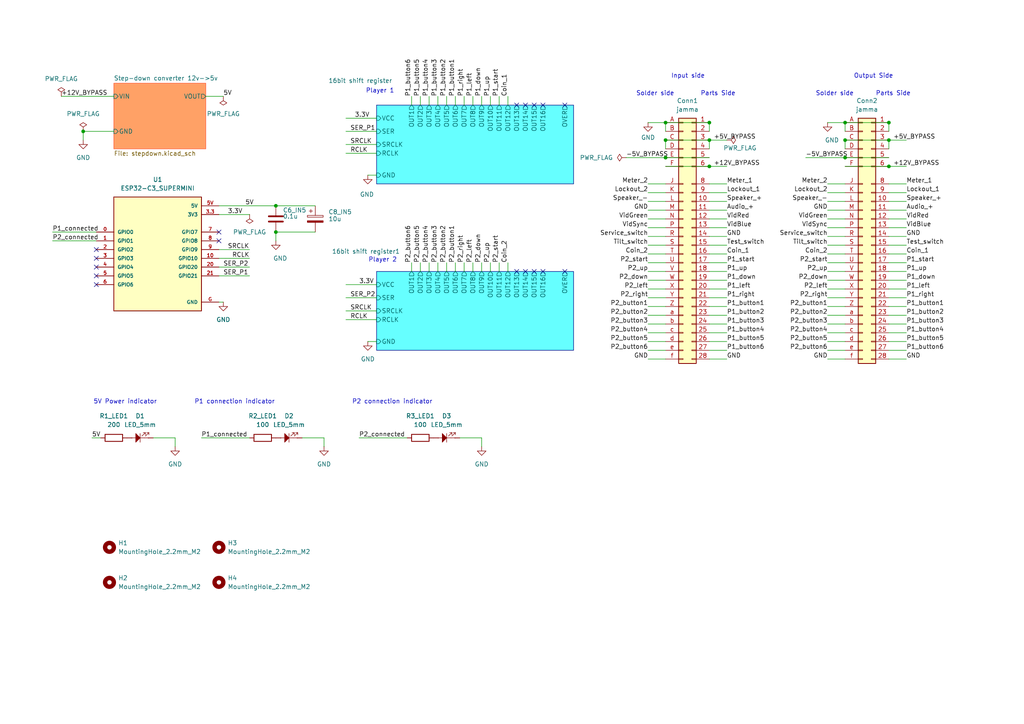
<source format=kicad_sch>
(kicad_sch (version 20231120) (generator "eeschema") (generator_version "8.0")
  (paper "A4")
  (title_block (title "BlueJamma") (date "2024-12-10") (rev "1") (company "Irbis Interactive LLC, Pavel Nakaznenko"))
  (lib_symbols
    (symbol "Device:C" (pin_numbers hide) (pin_names (offset 0.254))
      (property "Reference" "C" (at 0.635 2.54 0))
      (property "Value" "C" (at 0.635 -2.54 0))
      (symbol "C_0_1"
        (polyline (pts (xy -2.032 -0.762) (xy 2.032 -0.762)) (stroke (width 0.508)))
        (polyline (pts (xy -2.032 0.762) (xy 2.032 0.762)) (stroke (width 0.508)))
      )
      (symbol "C_1_1"
        (pin passive line (at 0 3.81 270) (length 2.794) (name "~") (number "1"))
        (pin passive line (at 0 -3.81 90) (length 2.794) (name "~") (number "2"))
      )
    )
    (symbol "Device:C_Polarized" (pin_numbers hide) (pin_names (offset 0.254))
      (property "Reference" "C" (at 0.635 2.54 0))
      (property "Value" "C_Polarized" (at 0.635 -2.54 0))
      (symbol "C_Polarized_0_1"
        (rectangle (start -2.286 0.508) (end 2.286 1.016))
        (polyline (pts (xy -1.778 2.286) (xy -0.762 2.286)))
        (polyline (pts (xy -1.27 2.794) (xy -1.27 1.778)))
        (rectangle (start 2.286 -0.508) (end -2.286 -1.016) (fill (type outline)))
      )
      (symbol "C_Polarized_1_1"
        (pin passive line (at 0 3.81 270) (length 2.794) (name "~") (number "1"))
        (pin passive line (at 0 -3.81 90) (length 2.794) (name "~") (number "2"))
      )
    )
    (symbol "Device:R" (pin_numbers hide) (pin_names (offset 0))
      (property "Reference" "R" (at 2.032 0 90))
      (property "Value" "R" (at 0 0 90))
      (symbol "R_0_1"
        (rectangle (start -1.016 -2.54) (end 1.016 2.54) (stroke (width 0.254)))
      )
      (symbol "R_1_1"
        (pin passive line (at 0 3.81 270) (length 1.27) (name "~") (number "1"))
        (pin passive line (at 0 -3.81 90) (length 1.27) (name "~") (number "2"))
      )
    )
    (symbol "ESP32-C3_SUPERMINI:ESP32-C3_SUPERMINI" (pin_names (offset 1.016))
      (property "Reference" "U" (at -12.7 16.002 0))
      (property "Value" "ESP32-C3_SUPERMINI" (at -12.7 -20.32 0))
      (symbol "ESP32-C3_SUPERMINI_0_0"
        (rectangle (start -12.7 -17.78) (end 12.7 15.24) (stroke (width 0.254)) (fill (type background)))
        (pin bidirectional line (at -17.78 5.08 0) (length 5.08) (name "GPIO0") (number "0"))
        (pin bidirectional line (at -17.78 2.54 0) (length 5.08) (name "GPIO1") (number "1"))
        (pin bidirectional line (at 17.78 -2.54 180) (length 5.08) (name "GPIO10") (number "10"))
        (pin bidirectional line (at -17.78 0 0) (length 5.08) (name "GPIO2") (number "2"))
        (pin bidirectional line (at 17.78 -5.08 180) (length 5.08) (name "GPIO20") (number "20"))
        (pin bidirectional line (at 17.78 -7.62 180) (length 5.08) (name "GPIO21") (number "21"))
        (pin bidirectional line (at -17.78 -2.54 0) (length 5.08) (name "GPIO3") (number "3"))
        (pin power_in line (at 17.78 10.16 180) (length 5.08) (name "3V3") (number "3.3"))
        (pin bidirectional line (at -17.78 -5.08 0) (length 5.08) (name "GPIO4") (number "4"))
        (pin bidirectional line (at -17.78 -7.62 0) (length 5.08) (name "GPIO5") (number "5"))
        (pin power_in line (at 17.78 12.7 180) (length 5.08) (name "5V") (number "5V"))
        (pin bidirectional line (at -17.78 -10.16 0) (length 5.08) (name "GPIO6") (number "6"))
        (pin bidirectional line (at 17.78 5.08 180) (length 5.08) (name "GPIO7") (number "7"))
        (pin bidirectional line (at 17.78 2.54 180) (length 5.08) (name "GPIO8") (number "8"))
        (pin bidirectional line (at 17.78 0 180) (length 5.08) (name "GPIO9") (number "9"))
        (pin power_in line (at 17.78 -15.24 180) (length 5.08) (name "GND") (number "G"))
      )
    )
    (symbol "Mechanical:MountingHole" (pin_names (offset 1.016)) (exclude_from_sim yes) (in_bom no)
      (property "Reference" "H" (at 0 5.08 0))
      (property "Value" "MountingHole" (at 0 3.175 0))
      (symbol "MountingHole_0_1"
        (circle (center 0 0) (radius 1.27) (stroke (width 1.27)))
      )
    )
    (symbol "PCM_SL_Devices:LED_5mm"
      (property "Reference" "D" (at -0.508 5.334 0))
      (property "Value" "LED_5mm" (at -0.508 2.794 0))
      (symbol "LED_5mm_0_1"
        (polyline (pts (xy -1.27 0) (xy -2.54 0)))
        (polyline (pts (xy 0 1.27) (xy 0 -1.27)))
        (polyline (pts (xy 0.508 0.508) (xy 1.524 1.524)))
        (polyline (pts (xy 1.27 0) (xy 2.54 0)))
        (polyline (pts (xy 1.524 0.508) (xy 2.54 1.524)))
        (polyline (pts (xy 1.524 1.524) (xy 0.889 1.524)))
        (polyline (pts (xy 1.524 1.524) (xy 1.524 0.889)))
        (polyline (pts (xy 2.54 1.524) (xy 1.905 1.524)))
        (polyline (pts (xy 2.54 1.524) (xy 2.54 0.889)))
        (polyline (pts (xy 0 0) (xy -1.27 -1.27) (xy -1.27 1.27) (xy 0 0) (xy 1.27 0)) (fill (type outline)))
      )
      (symbol "LED_5mm_1_1"
        (pin passive line (at 3.81 0 180) (length 1.5) (name "~") (number "1"))
        (pin passive line (at -3.81 0 0) (length 1.5) (name "") (number "2"))
      )
    )
    (symbol "jamma:jamma" (pin_names (offset 0) hide)
      (property "Reference" "Conn" (at 0 35.56 0))
      (property "Value" "jamma" (at 0 38.1 0))
      (symbol "jamma_1_1"
        (rectangle (start -2.54 -35.433) (end -1.27 -35.687) (stroke (width 0.1524)))
        (rectangle (start -2.54 -32.893) (end -1.27 -33.147) (stroke (width 0.1524)))
        (rectangle (start -2.54 -30.353) (end -1.27 -30.607) (stroke (width 0.1524)))
        (rectangle (start -2.54 -27.813) (end -1.27 -28.067) (stroke (width 0.1524)))
        (rectangle (start -2.54 -25.273) (end -1.27 -25.527) (stroke (width 0.1524)))
        (rectangle (start -2.54 -22.733) (end -1.27 -22.987) (stroke (width 0.1524)))
        (rectangle (start -2.54 -20.193) (end -1.27 -20.447) (stroke (width 0.1524)))
        (rectangle (start -2.54 -17.653) (end -1.27 -17.907) (stroke (width 0.1524)))
        (rectangle (start -2.54 -15.113) (end -1.27 -15.367) (stroke (width 0.1524)))
        (rectangle (start -2.54 -12.573) (end -1.27 -12.827) (stroke (width 0.1524)))
        (rectangle (start -2.54 -10.033) (end -1.27 -10.287) (stroke (width 0.1524)))
        (rectangle (start -2.54 -7.493) (end -1.27 -7.747) (stroke (width 0.1524)))
        (rectangle (start -2.54 -4.953) (end -1.27 -5.207) (stroke (width 0.1524)))
        (rectangle (start -2.54 -2.413) (end -1.27 -2.667) (stroke (width 0.1524)))
        (rectangle (start -2.54 0.127) (end -1.27 -0.127) (stroke (width 0.1524)))
        (rectangle (start -2.54 2.667) (end -1.27 2.413) (stroke (width 0.1524)))
        (rectangle (start -2.54 5.207) (end -1.27 4.953) (stroke (width 0.1524)))
        (rectangle (start -2.54 7.747) (end -1.27 7.493) (stroke (width 0.1524)))
        (rectangle (start -2.54 10.287) (end -1.27 10.033) (stroke (width 0.1524)))
        (rectangle (start -2.54 12.827) (end -1.27 12.573) (stroke (width 0.1524)))
        (rectangle (start -2.54 15.367) (end -1.27 15.113) (stroke (width 0.1524)))
        (rectangle (start -2.54 20.447) (end -1.27 20.193) (stroke (width 0.1524)))
        (rectangle (start -2.54 22.987) (end -1.27 22.733) (stroke (width 0.1524)))
        (rectangle (start -2.54 25.527) (end -1.27 25.273) (stroke (width 0.1524)))
        (rectangle (start -2.54 28.067) (end -1.27 27.813) (stroke (width 0.1524)))
        (rectangle (start -2.54 30.607) (end -1.27 30.353) (stroke (width 0.1524)))
        (rectangle (start -2.54 33.147) (end -1.27 32.893) (stroke (width 0.1524)))
        (rectangle (start 2.54 -35.433) (end 1.27 -35.687) (stroke (width 0.1524)))
        (rectangle (start 2.54 -32.893) (end 1.27 -33.147) (stroke (width 0.1524)))
        (rectangle (start 2.54 -30.353) (end 1.27 -30.607) (stroke (width 0.1524)))
        (rectangle (start 2.54 -27.813) (end 1.27 -28.067) (stroke (width 0.1524)))
        (rectangle (start 2.54 -25.273) (end 1.27 -25.527) (stroke (width 0.1524)))
        (rectangle (start 2.54 -22.733) (end 1.27 -22.987) (stroke (width 0.1524)))
        (rectangle (start 2.54 -20.193) (end 1.27 -20.447) (stroke (width 0.1524)))
        (rectangle (start 2.54 -17.653) (end 1.27 -17.907) (stroke (width 0.1524)))
        (rectangle (start 2.54 -15.113) (end 1.27 -15.367) (stroke (width 0.1524)))
        (rectangle (start 2.54 -12.573) (end 1.27 -12.827) (stroke (width 0.1524)))
        (rectangle (start 2.54 -10.033) (end 1.27 -10.287) (stroke (width 0.1524)))
        (rectangle (start 2.54 -7.493) (end 1.27 -7.747) (stroke (width 0.1524)))
        (rectangle (start 2.54 -4.953) (end 1.27 -5.207) (stroke (width 0.1524)))
        (rectangle (start 2.54 -2.413) (end 1.27 -2.667) (stroke (width 0.1524)))
        (rectangle (start 2.54 0.127) (end 1.27 -0.127) (stroke (width 0.1524)))
        (rectangle (start 2.54 2.667) (end 1.27 2.413) (stroke (width 0.1524)))
        (rectangle (start 2.54 5.207) (end 1.27 4.953) (stroke (width 0.1524)))
        (rectangle (start 2.54 7.747) (end 1.27 7.493) (stroke (width 0.1524)))
        (rectangle (start 2.54 10.287) (end 1.27 10.033) (stroke (width 0.1524)))
        (rectangle (start 2.54 12.827) (end 1.27 12.573) (stroke (width 0.1524)))
        (rectangle (start 2.54 15.367) (end 1.27 15.113) (stroke (width 0.1524)))
        (rectangle (start 2.54 20.447) (end 1.27 20.193) (stroke (width 0.1524)))
        (rectangle (start 2.54 22.987) (end 1.27 22.733) (stroke (width 0.1524)))
        (rectangle (start 2.54 25.527) (end 1.27 25.273) (stroke (width 0.1524)))
        (rectangle (start 2.54 28.067) (end 1.27 27.813) (stroke (width 0.1524)))
        (rectangle (start 2.54 30.607) (end 1.27 30.353) (stroke (width 0.1524)))
        (rectangle (start 2.54 33.147) (end 1.27 32.893) (stroke (width 0.1524)))
        (rectangle (start 2.54 34.29) (end -2.54 -36.83) (stroke (width 0.254)) (fill (type background)))
        (pin passive line (at 6.35 33.02 180) (length 3.81) (name "Gnd") (number "1"))
        (pin passive line (at 6.35 10.16 180) (length 3.81) (name "Speaker_+") (number "10"))
        (pin passive line (at 6.35 7.62 180) (length 3.81) (name "Audio_+") (number "11"))
        (pin passive line (at 6.35 5.08 180) (length 3.81) (name "Video_red") (number "12"))
        (pin passive line (at 6.35 2.54 180) (length 3.81) (name "Video_blue") (number "13"))
        (pin passive line (at 6.35 0 180) (length 3.81) (name "Video_gnd") (number "14"))
        (pin passive line (at 6.35 -2.54 180) (length 3.81) (name "Test_switch") (number "15"))
        (pin passive line (at 6.35 -5.08 180) (length 3.81) (name "Coin_1") (number "16"))
        (pin passive line (at 6.35 -7.62 180) (length 3.81) (name "P1_start") (number "17"))
        (pin passive line (at 6.35 -10.16 180) (length 3.81) (name "P1_up") (number "18"))
        (pin passive line (at 6.35 -12.7 180) (length 3.81) (name "P1_down") (number "19"))
        (pin passive line (at 6.35 30.48 180) (length 3.81) (name "Gnd") (number "2"))
        (pin passive line (at 6.35 -15.24 180) (length 3.81) (name "P1_left") (number "20"))
        (pin passive line (at 6.35 -17.78 180) (length 3.81) (name "P1_right") (number "21"))
        (pin passive line (at 6.35 -20.32 180) (length 3.81) (name "P1_button1") (number "22"))
        (pin passive line (at 6.35 -22.86 180) (length 3.81) (name "P1_button2") (number "23"))
        (pin passive line (at 6.35 -25.4 180) (length 3.81) (name "P1_button3") (number "24"))
        (pin passive line (at 6.35 -27.94 180) (length 3.81) (name "P1_button4") (number "25"))
        (pin passive line (at 6.35 -30.48 180) (length 3.81) (name "P1_button5") (number "26"))
        (pin passive line (at 6.35 -33.02 180) (length 3.81) (name "P1_button6") (number "27"))
        (pin passive line (at 6.35 -35.56 180) (length 3.81) (name "Gnd") (number "28"))
        (pin passive line (at 6.35 27.94 180) (length 3.81) (name "+5v") (number "3"))
        (pin passive line (at 6.35 25.4 180) (length 3.81) (name "+5v") (number "4"))
        (pin passive line (at 6.35 22.86 180) (length 3.81) (name "-5v") (number "5"))
        (pin passive line (at 6.35 20.32 180) (length 3.81) (name "+12v") (number "6"))
        (pin passive line (at 6.35 15.24 180) (length 3.81) (name "Meter_1") (number "8"))
        (pin passive line (at 6.35 12.7 180) (length 3.81) (name "Lockout_1") (number "9"))
        (pin passive line (at -6.35 33.02 0) (length 3.81) (name "Gnd") (number "A"))
        (pin passive line (at -6.35 30.48 0) (length 3.81) (name "Gnd") (number "B"))
        (pin passive line (at -6.35 27.94 0) (length 3.81) (name "+5v") (number "C"))
        (pin passive line (at -6.35 25.4 0) (length 3.81) (name "+5v") (number "D"))
        (pin passive line (at -6.35 22.86 0) (length 3.81) (name "-5v") (number "E"))
        (pin passive line (at -6.35 20.32 0) (length 3.81) (name "+12v") (number "F"))
        (pin passive line (at -6.35 15.24 0) (length 3.81) (name "Meter_2") (number "J"))
        (pin passive line (at -6.35 12.7 0) (length 3.81) (name "Lockout_2") (number "K"))
        (pin passive line (at -6.35 10.16 0) (length 3.81) (name "Speaker_-") (number "L"))
        (pin passive line (at -6.35 7.62 0) (length 3.81) (name "Audio_gnd") (number "M"))
        (pin passive line (at -6.35 5.08 0) (length 3.81) (name "Video_green") (number "N"))
        (pin passive line (at -6.35 2.54 0) (length 3.81) (name "Video_sync") (number "P"))
        (pin passive line (at -6.35 0 0) (length 3.81) (name "Service_switch") (number "R"))
        (pin passive line (at -6.35 -2.54 0) (length 3.81) (name "Tilt_switch") (number "S"))
        (pin passive line (at -6.35 -5.08 0) (length 3.81) (name "Coin2") (number "T"))
        (pin passive line (at -6.35 -7.62 0) (length 3.81) (name "P2_start") (number "U"))
        (pin passive line (at -6.35 -10.16 0) (length 3.81) (name "P2_up") (number "V"))
        (pin passive line (at -6.35 -12.7 0) (length 3.81) (name "P2_down") (number "W"))
        (pin passive line (at -6.35 -15.24 0) (length 3.81) (name "P2_left") (number "X"))
        (pin passive line (at -6.35 -17.78 0) (length 3.81) (name "P2_right") (number "Y"))
        (pin passive line (at -6.35 -20.32 0) (length 3.81) (name "P2_button1") (number "Z"))
        (pin passive line (at -6.35 -22.86 0) (length 3.81) (name "P2_button2") (number "a"))
        (pin passive line (at -6.35 -25.4 0) (length 3.81) (name "P2_button3") (number "b"))
        (pin passive line (at -6.35 -27.94 0) (length 3.81) (name "P2_button4") (number "c"))
        (pin passive line (at -6.35 -30.48 0) (length 3.81) (name "P2_button5") (number "d"))
        (pin passive line (at -6.35 -33.02 0) (length 3.81) (name "P2_button6") (number "e"))
        (pin passive line (at -6.35 -35.56 0) (length 3.81) (name "Gnd") (number "f"))
      )
    )
    (symbol "jamma_1" (pin_names (offset 0) hide)
      (property "Reference" "Conn" (at 0 35.56 0))
      (property "Value" "jamma" (at 0 38.1 0))
      (symbol "jamma_1_1_1"
        (rectangle (start -2.54 -35.433) (end -1.27 -35.687) (stroke (width 0.1524)))
        (rectangle (start -2.54 -32.893) (end -1.27 -33.147) (stroke (width 0.1524)))
        (rectangle (start -2.54 -30.353) (end -1.27 -30.607) (stroke (width 0.1524)))
        (rectangle (start -2.54 -27.813) (end -1.27 -28.067) (stroke (width 0.1524)))
        (rectangle (start -2.54 -25.273) (end -1.27 -25.527) (stroke (width 0.1524)))
        (rectangle (start -2.54 -22.733) (end -1.27 -22.987) (stroke (width 0.1524)))
        (rectangle (start -2.54 -20.193) (end -1.27 -20.447) (stroke (width 0.1524)))
        (rectangle (start -2.54 -17.653) (end -1.27 -17.907) (stroke (width 0.1524)))
        (rectangle (start -2.54 -15.113) (end -1.27 -15.367) (stroke (width 0.1524)))
        (rectangle (start -2.54 -12.573) (end -1.27 -12.827) (stroke (width 0.1524)))
        (rectangle (start -2.54 -10.033) (end -1.27 -10.287) (stroke (width 0.1524)))
        (rectangle (start -2.54 -7.493) (end -1.27 -7.747) (stroke (width 0.1524)))
        (rectangle (start -2.54 -4.953) (end -1.27 -5.207) (stroke (width 0.1524)))
        (rectangle (start -2.54 -2.413) (end -1.27 -2.667) (stroke (width 0.1524)))
        (rectangle (start -2.54 0.127) (end -1.27 -0.127) (stroke (width 0.1524)))
        (rectangle (start -2.54 2.667) (end -1.27 2.413) (stroke (width 0.1524)))
        (rectangle (start -2.54 5.207) (end -1.27 4.953) (stroke (width 0.1524)))
        (rectangle (start -2.54 7.747) (end -1.27 7.493) (stroke (width 0.1524)))
        (rectangle (start -2.54 10.287) (end -1.27 10.033) (stroke (width 0.1524)))
        (rectangle (start -2.54 12.827) (end -1.27 12.573) (stroke (width 0.1524)))
        (rectangle (start -2.54 15.367) (end -1.27 15.113) (stroke (width 0.1524)))
        (rectangle (start -2.54 20.447) (end -1.27 20.193) (stroke (width 0.1524)))
        (rectangle (start -2.54 22.987) (end -1.27 22.733) (stroke (width 0.1524)))
        (rectangle (start -2.54 25.527) (end -1.27 25.273) (stroke (width 0.1524)))
        (rectangle (start -2.54 28.067) (end -1.27 27.813) (stroke (width 0.1524)))
        (rectangle (start -2.54 30.607) (end -1.27 30.353) (stroke (width 0.1524)))
        (rectangle (start -2.54 33.147) (end -1.27 32.893) (stroke (width 0.1524)))
        (rectangle (start 2.54 -35.433) (end 1.27 -35.687) (stroke (width 0.1524)))
        (rectangle (start 2.54 -32.893) (end 1.27 -33.147) (stroke (width 0.1524)))
        (rectangle (start 2.54 -30.353) (end 1.27 -30.607) (stroke (width 0.1524)))
        (rectangle (start 2.54 -27.813) (end 1.27 -28.067) (stroke (width 0.1524)))
        (rectangle (start 2.54 -25.273) (end 1.27 -25.527) (stroke (width 0.1524)))
        (rectangle (start 2.54 -22.733) (end 1.27 -22.987) (stroke (width 0.1524)))
        (rectangle (start 2.54 -20.193) (end 1.27 -20.447) (stroke (width 0.1524)))
        (rectangle (start 2.54 -17.653) (end 1.27 -17.907) (stroke (width 0.1524)))
        (rectangle (start 2.54 -15.113) (end 1.27 -15.367) (stroke (width 0.1524)))
        (rectangle (start 2.54 -12.573) (end 1.27 -12.827) (stroke (width 0.1524)))
        (rectangle (start 2.54 -10.033) (end 1.27 -10.287) (stroke (width 0.1524)))
        (rectangle (start 2.54 -7.493) (end 1.27 -7.747) (stroke (width 0.1524)))
        (rectangle (start 2.54 -4.953) (end 1.27 -5.207) (stroke (width 0.1524)))
        (rectangle (start 2.54 -2.413) (end 1.27 -2.667) (stroke (width 0.1524)))
        (rectangle (start 2.54 0.127) (end 1.27 -0.127) (stroke (width 0.1524)))
        (rectangle (start 2.54 2.667) (end 1.27 2.413) (stroke (width 0.1524)))
        (rectangle (start 2.54 5.207) (end 1.27 4.953) (stroke (width 0.1524)))
        (rectangle (start 2.54 7.747) (end 1.27 7.493) (stroke (width 0.1524)))
        (rectangle (start 2.54 10.287) (end 1.27 10.033) (stroke (width 0.1524)))
        (rectangle (start 2.54 12.827) (end 1.27 12.573) (stroke (width 0.1524)))
        (rectangle (start 2.54 15.367) (end 1.27 15.113) (stroke (width 0.1524)))
        (rectangle (start 2.54 20.447) (end 1.27 20.193) (stroke (width 0.1524)))
        (rectangle (start 2.54 22.987) (end 1.27 22.733) (stroke (width 0.1524)))
        (rectangle (start 2.54 25.527) (end 1.27 25.273) (stroke (width 0.1524)))
        (rectangle (start 2.54 28.067) (end 1.27 27.813) (stroke (width 0.1524)))
        (rectangle (start 2.54 30.607) (end 1.27 30.353) (stroke (width 0.1524)))
        (rectangle (start 2.54 33.147) (end 1.27 32.893) (stroke (width 0.1524)))
        (rectangle (start 2.54 34.29) (end -2.54 -36.83) (stroke (width 0.254)) (fill (type background)))
        (pin passive line (at 6.35 33.02 180) (length 3.81) (name "Gnd") (number "1"))
        (pin passive line (at 6.35 10.16 180) (length 3.81) (name "Speaker_+") (number "10"))
        (pin passive line (at 6.35 7.62 180) (length 3.81) (name "Audio_+") (number "11"))
        (pin passive line (at 6.35 5.08 180) (length 3.81) (name "Video_red") (number "12"))
        (pin passive line (at 6.35 2.54 180) (length 3.81) (name "Video_blue") (number "13"))
        (pin passive line (at 6.35 0 180) (length 3.81) (name "Video_gnd") (number "14"))
        (pin passive line (at 6.35 -2.54 180) (length 3.81) (name "Test_switch") (number "15"))
        (pin passive line (at 6.35 -5.08 180) (length 3.81) (name "Coin_1") (number "16"))
        (pin passive line (at 6.35 -7.62 180) (length 3.81) (name "P1_start") (number "17"))
        (pin passive line (at 6.35 -10.16 180) (length 3.81) (name "P1_up") (number "18"))
        (pin passive line (at 6.35 -12.7 180) (length 3.81) (name "P1_down") (number "19"))
        (pin passive line (at 6.35 30.48 180) (length 3.81) (name "Gnd") (number "2"))
        (pin passive line (at 6.35 -15.24 180) (length 3.81) (name "P1_left") (number "20"))
        (pin passive line (at 6.35 -17.78 180) (length 3.81) (name "P1_right") (number "21"))
        (pin passive line (at 6.35 -20.32 180) (length 3.81) (name "P1_button1") (number "22"))
        (pin passive line (at 6.35 -22.86 180) (length 3.81) (name "P1_button2") (number "23"))
        (pin passive line (at 6.35 -25.4 180) (length 3.81) (name "P1_button3") (number "24"))
        (pin passive line (at 6.35 -27.94 180) (length 3.81) (name "P1_button4") (number "25"))
        (pin passive line (at 6.35 -30.48 180) (length 3.81) (name "P1_button5") (number "26"))
        (pin passive line (at 6.35 -33.02 180) (length 3.81) (name "P1_button6") (number "27"))
        (pin passive line (at 6.35 -35.56 180) (length 3.81) (name "Gnd") (number "28"))
        (pin passive line (at 6.35 27.94 180) (length 3.81) (name "+5v") (number "3"))
        (pin passive line (at 6.35 25.4 180) (length 3.81) (name "+5v") (number "4"))
        (pin passive line (at 6.35 22.86 180) (length 3.81) (name "-5v") (number "5"))
        (pin passive line (at 6.35 20.32 180) (length 3.81) (name "+12v") (number "6"))
        (pin passive line (at 6.35 15.24 180) (length 3.81) (name "Meter_1") (number "8"))
        (pin passive line (at 6.35 12.7 180) (length 3.81) (name "Lockout_1") (number "9"))
        (pin passive line (at -6.35 33.02 0) (length 3.81) (name "Gnd") (number "A"))
        (pin passive line (at -6.35 30.48 0) (length 3.81) (name "Gnd") (number "B"))
        (pin passive line (at -6.35 27.94 0) (length 3.81) (name "+5v") (number "C"))
        (pin passive line (at -6.35 25.4 0) (length 3.81) (name "+5v") (number "D"))
        (pin passive line (at -6.35 22.86 0) (length 3.81) (name "-5v") (number "E"))
        (pin passive line (at -6.35 20.32 0) (length 3.81) (name "+12v") (number "F"))
        (pin passive line (at -6.35 15.24 0) (length 3.81) (name "Meter_2") (number "J"))
        (pin passive line (at -6.35 12.7 0) (length 3.81) (name "Lockout_2") (number "K"))
        (pin passive line (at -6.35 10.16 0) (length 3.81) (name "Speaker_-") (number "L"))
        (pin passive line (at -6.35 7.62 0) (length 3.81) (name "Audio_gnd") (number "M"))
        (pin passive line (at -6.35 5.08 0) (length 3.81) (name "Video_green") (number "N"))
        (pin passive line (at -6.35 2.54 0) (length 3.81) (name "Video_sync") (number "P"))
        (pin passive line (at -6.35 0 0) (length 3.81) (name "Service_switch") (number "R"))
        (pin passive line (at -6.35 -2.54 0) (length 3.81) (name "Tilt_switch") (number "S"))
        (pin passive line (at -6.35 -5.08 0) (length 3.81) (name "Coin2") (number "T"))
        (pin passive line (at -6.35 -7.62 0) (length 3.81) (name "P2_start") (number "U"))
        (pin passive line (at -6.35 -10.16 0) (length 3.81) (name "P2_up") (number "V"))
        (pin passive line (at -6.35 -12.7 0) (length 3.81) (name "P2_down") (number "W"))
        (pin passive line (at -6.35 -15.24 0) (length 3.81) (name "P2_left") (number "X"))
        (pin passive line (at -6.35 -17.78 0) (length 3.81) (name "P2_right") (number "Y"))
        (pin passive line (at -6.35 -20.32 0) (length 3.81) (name "P2_button1") (number "Z"))
        (pin passive line (at -6.35 -22.86 0) (length 3.81) (name "P2_button2") (number "a"))
        (pin passive line (at -6.35 -25.4 0) (length 3.81) (name "P2_button3") (number "b"))
        (pin passive line (at -6.35 -27.94 0) (length 3.81) (name "P2_button4") (number "c"))
        (pin passive line (at -6.35 -30.48 0) (length 3.81) (name "P2_button5") (number "d"))
        (pin passive line (at -6.35 -33.02 0) (length 3.81) (name "P2_button6") (number "e"))
        (pin passive line (at -6.35 -35.56 0) (length 3.81) (name "Gnd") (number "f"))
      )
    )
    (symbol "power:GND" (power) (pin_numbers hide) (pin_names (offset 0) hide)
      (property "Value" "GND" (at 0 -3.81 0))
      (symbol "GND_0_1"
        (polyline (pts (xy 0 0) (xy 0 -1.27) (xy 1.27 -1.27) (xy 0 -2.54) (xy -1.27 -1.27) (xy 0 -1.27)))
      )
      (symbol "GND_1_1"
        (pin power_in line (at 0 0 270) (length 0) (name "~") (number "1"))
      )
    )
    (symbol "power:PWR_FLAG" (power) (pin_numbers hide) (pin_names (offset 0) hide)
      (property "Value" "PWR_FLAG" (at 0 3.81 0))
      (symbol "PWR_FLAG_0_0"
        (pin power_out line (at 0 0 90) (length 0) (name "~") (number "1"))
      )
      (symbol "PWR_FLAG_0_1"
        (polyline (pts (xy 0 0) (xy 0 1.27) (xy -1.016 1.905) (xy 0 2.54) (xy 1.016 1.905) (xy 0 1.27)))
      )
    )
  )
  (junction (at 245.11 35.56) (diameter 0.9144))
  (junction (at 24.13 38.1))
  (junction (at 193.04 40.64) (diameter 0.9144))
  (junction (at 257.81 40.64) (diameter 0.9144))
  (junction (at 193.04 45.72) (diameter 0.9144))
  (junction (at 193.04 35.56) (diameter 0.9144))
  (junction (at 80.01 59.69))
  (junction (at 245.11 40.64) (diameter 0.9144))
  (junction (at 205.74 40.64) (diameter 0.9144))
  (junction (at 80.01 67.31) (diameter 0.9144))
  (junction (at 205.74 35.56) (diameter 0.9144))
  (junction (at 205.74 48.26) (diameter 0.9144))
  (junction (at 257.81 35.56) (diameter 0.9144))
  (junction (at 257.81 48.26) (diameter 0.9144))
  (junction (at 245.11 45.72) (diameter 0.9144))
  (no_connect (at 154.94 78.74))
  (no_connect (at 154.94 30.48))
  (no_connect (at 157.48 30.48))
  (no_connect (at 152.4 78.74))
  (no_connect (at 27.94 74.93))
  (no_connect (at 27.94 80.01))
  (no_connect (at 149.86 78.74))
  (no_connect (at 27.94 77.47))
  (no_connect (at 152.4 30.48))
  (no_connect (at 163.83 30.48))
  (no_connect (at 163.83 78.74))
  (no_connect (at 63.5 69.85))
  (no_connect (at 157.48 78.74))
  (no_connect (at 27.94 82.55))
  (no_connect (at 149.86 30.48))
  (no_connect (at 63.5 67.31))
  (no_connect (at 27.94 72.39))
  (wire (pts (xy 187.96 35.56) (xy 193.04 35.56)))
  (wire (pts (xy 240.03 99.06) (xy 245.11 99.06)))
  (wire (pts (xy 63.5 59.69) (xy 80.01 59.69)))
  (wire (pts (xy 257.81 88.9) (xy 262.89 88.9)))
  (wire (pts (xy 240.03 68.58) (xy 245.11 68.58)))
  (wire (pts (xy 100.33 82.55) (xy 109.22 82.55)))
  (wire (pts (xy 187.96 66.04) (xy 193.04 66.04)))
  (wire (pts (xy 106.68 50.8) (xy 109.22 50.8)))
  (wire (pts (xy 257.81 73.66) (xy 262.89 73.66)))
  (wire (pts (xy 63.5 74.93) (xy 72.39 74.93)))
  (wire (pts (xy 205.74 40.64) (xy 210.82 40.64)))
  (wire (pts (xy 257.81 96.52) (xy 262.89 96.52)))
  (wire (pts (xy 245.11 48.26) (xy 257.81 48.26)))
  (wire (pts (xy 193.04 45.72) (xy 205.74 45.72)))
  (wire (pts (xy 58.42 127) (xy 72.39 127)))
  (wire (pts (xy 205.74 83.82) (xy 210.82 83.82)))
  (wire (pts (xy 205.74 66.04) (xy 210.82 66.04)))
  (wire (pts (xy 240.03 66.04) (xy 245.11 66.04)))
  (wire (pts (xy 257.81 40.64) (xy 262.89 40.64)))
  (wire (pts (xy 15.24 69.85) (xy 27.94 69.85)))
  (wire (pts (xy 44.45 127) (xy 50.8 127)))
  (wire (pts (xy 137.16 27.94) (xy 137.16 30.48)))
  (wire (pts (xy 205.74 101.6) (xy 210.82 101.6)))
  (wire (pts (xy 132.08 27.94) (xy 132.08 30.48)))
  (wire (pts (xy 245.11 35.56) (xy 245.11 38.1)))
  (wire (pts (xy 137.16 76.2) (xy 137.16 78.74)))
  (wire (pts (xy 187.96 60.96) (xy 193.04 60.96)))
  (wire (pts (xy 240.03 88.9) (xy 245.11 88.9)))
  (wire (pts (xy 139.7 27.94) (xy 139.7 30.48)))
  (wire (pts (xy 144.78 76.2) (xy 144.78 78.74)))
  (wire (pts (xy 240.03 101.6) (xy 245.11 101.6)))
  (wire (pts (xy 240.03 91.44) (xy 245.11 91.44)))
  (wire (pts (xy 240.03 60.96) (xy 245.11 60.96)))
  (wire (pts (xy 205.74 91.44) (xy 210.82 91.44)))
  (wire (pts (xy 205.74 104.14) (xy 210.82 104.14)))
  (wire (pts (xy 205.74 78.74) (xy 210.82 78.74)))
  (wire (pts (xy 142.24 27.94) (xy 142.24 30.48)))
  (wire (pts (xy 240.03 58.42) (xy 245.11 58.42)))
  (wire (pts (xy 240.03 35.56) (xy 245.11 35.56)))
  (wire (pts (xy 187.96 83.82) (xy 193.04 83.82)))
  (wire (pts (xy 205.74 63.5) (xy 210.82 63.5)))
  (wire (pts (xy 257.81 99.06) (xy 262.89 99.06)))
  (wire (pts (xy 257.81 93.98) (xy 262.89 93.98)))
  (wire (pts (xy 240.03 81.28) (xy 245.11 81.28)))
  (wire (pts (xy 187.96 55.88) (xy 193.04 55.88)))
  (wire (pts (xy 205.74 68.58) (xy 210.82 68.58)))
  (wire (pts (xy 139.7 76.2) (xy 139.7 78.74)))
  (wire (pts (xy 63.5 62.23) (xy 72.39 62.23)))
  (wire (pts (xy 124.46 76.2) (xy 124.46 78.74)))
  (wire (pts (xy 63.5 80.01) (xy 72.39 80.01)))
  (wire (pts (xy 245.11 35.56) (xy 257.81 35.56)))
  (wire (pts (xy 257.81 78.74) (xy 262.89 78.74)))
  (wire (pts (xy 257.81 66.04) (xy 262.89 66.04)))
  (wire (pts (xy 100.33 90.17) (xy 109.22 90.17)))
  (wire (pts (xy 257.81 76.2) (xy 262.89 76.2)))
  (wire (pts (xy 240.03 86.36) (xy 245.11 86.36)))
  (wire (pts (xy 129.54 76.2) (xy 129.54 78.74)))
  (wire (pts (xy 187.96 104.14) (xy 193.04 104.14)))
  (wire (pts (xy 106.68 99.06) (xy 109.22 99.06)))
  (wire (pts (xy 104.14 127) (xy 118.11 127)))
  (wire (pts (xy 139.7 127) (xy 139.7 129.54)))
  (wire (pts (xy 205.74 55.88) (xy 210.82 55.88)))
  (wire (pts (xy 205.74 93.98) (xy 210.82 93.98)))
  (wire (pts (xy 257.81 68.58) (xy 262.89 68.58)))
  (wire (pts (xy 205.74 48.26) (xy 210.82 48.26)))
  (wire (pts (xy 205.74 96.52) (xy 210.82 96.52)))
  (wire (pts (xy 147.32 76.2) (xy 147.32 78.74)))
  (wire (pts (xy 15.24 67.31) (xy 27.94 67.31)))
  (wire (pts (xy 205.74 35.56) (xy 205.74 38.1)))
  (wire (pts (xy 121.92 76.2) (xy 121.92 78.74)))
  (wire (pts (xy 80.01 59.69) (xy 91.44 59.69)))
  (wire (pts (xy 187.96 91.44) (xy 193.04 91.44)))
  (wire (pts (xy 134.62 27.94) (xy 134.62 30.48)))
  (wire (pts (xy 187.96 53.34) (xy 193.04 53.34)))
  (wire (pts (xy 257.81 63.5) (xy 262.89 63.5)))
  (wire (pts (xy 205.74 81.28) (xy 210.82 81.28)))
  (wire (pts (xy 240.03 96.52) (xy 245.11 96.52)))
  (wire (pts (xy 129.54 27.94) (xy 129.54 30.48)))
  (wire (pts (xy 257.81 91.44) (xy 262.89 91.44)))
  (wire (pts (xy 93.98 127) (xy 93.98 129.54)))
  (wire (pts (xy 257.81 53.34) (xy 262.89 53.34)))
  (wire (pts (xy 205.74 88.9) (xy 210.82 88.9)))
  (wire (pts (xy 205.74 53.34) (xy 210.82 53.34)))
  (wire (pts (xy 240.03 71.12) (xy 245.11 71.12)))
  (wire (pts (xy 240.03 53.34) (xy 245.11 53.34)))
  (wire (pts (xy 100.33 86.36) (xy 109.22 86.36)))
  (wire (pts (xy 100.33 92.71) (xy 109.22 92.71)))
  (wire (pts (xy 26.67 127) (xy 29.21 127)))
  (wire (pts (xy 63.5 77.47) (xy 72.39 77.47)))
  (wire (pts (xy 240.03 76.2) (xy 245.11 76.2)))
  (wire (pts (xy 257.81 60.96) (xy 262.89 60.96)))
  (wire (pts (xy 240.03 83.82) (xy 245.11 83.82)))
  (wire (pts (xy 240.03 73.66) (xy 245.11 73.66)))
  (wire (pts (xy 187.96 101.6) (xy 193.04 101.6)))
  (wire (pts (xy 205.74 99.06) (xy 210.82 99.06)))
  (wire (pts (xy 193.04 35.56) (xy 193.04 38.1)))
  (wire (pts (xy 64.77 87.63) (xy 63.5 87.63)))
  (wire (pts (xy 187.96 96.52) (xy 193.04 96.52)))
  (wire (pts (xy 100.33 34.29) (xy 109.22 34.29)))
  (wire (pts (xy 147.32 27.94) (xy 147.32 30.48)))
  (wire (pts (xy 100.33 44.45) (xy 109.22 44.45)))
  (wire (pts (xy 257.81 48.26) (xy 262.89 48.26)))
  (wire (pts (xy 181.61 45.72) (xy 193.04 45.72)))
  (wire (pts (xy 187.96 71.12) (xy 193.04 71.12)))
  (wire (pts (xy 121.92 27.94) (xy 121.92 30.48)))
  (wire (pts (xy 142.24 76.2) (xy 142.24 78.74)))
  (wire (pts (xy 257.81 55.88) (xy 262.89 55.88)))
  (wire (pts (xy 187.96 81.28) (xy 193.04 81.28)))
  (wire (pts (xy 187.96 93.98) (xy 193.04 93.98)))
  (wire (pts (xy 187.96 99.06) (xy 193.04 99.06)))
  (wire (pts (xy 193.04 35.56) (xy 205.74 35.56)))
  (wire (pts (xy 240.03 55.88) (xy 245.11 55.88)))
  (wire (pts (xy 240.03 104.14) (xy 245.11 104.14)))
  (wire (pts (xy 17.78 27.94) (xy 33.02 27.94)))
  (wire (pts (xy 257.81 86.36) (xy 262.89 86.36)))
  (wire (pts (xy 187.96 58.42) (xy 193.04 58.42)))
  (wire (pts (xy 205.74 60.96) (xy 210.82 60.96)))
  (wire (pts (xy 80.01 67.31) (xy 91.44 67.31)))
  (wire (pts (xy 87.63 127) (xy 93.98 127)))
  (wire (pts (xy 187.96 76.2) (xy 193.04 76.2)))
  (wire (pts (xy 240.03 93.98) (xy 245.11 93.98)))
  (wire (pts (xy 119.38 76.2) (xy 119.38 78.74)))
  (wire (pts (xy 240.03 63.5) (xy 245.11 63.5)))
  (wire (pts (xy 205.74 58.42) (xy 210.82 58.42)))
  (wire (pts (xy 59.69 27.94) (xy 64.77 27.94)))
  (wire (pts (xy 187.96 88.9) (xy 193.04 88.9)))
  (wire (pts (xy 245.11 45.72) (xy 257.81 45.72)))
  (wire (pts (xy 233.68 45.72) (xy 245.11 45.72)))
  (wire (pts (xy 257.81 81.28) (xy 262.89 81.28)))
  (wire (pts (xy 257.81 35.56) (xy 257.81 38.1)))
  (wire (pts (xy 134.62 76.2) (xy 134.62 78.74)))
  (wire (pts (xy 127 27.94) (xy 127 30.48)))
  (wire (pts (xy 144.78 27.94) (xy 144.78 30.48)))
  (wire (pts (xy 193.04 40.64) (xy 205.74 40.64)))
  (wire (pts (xy 187.96 68.58) (xy 193.04 68.58)))
  (wire (pts (xy 100.33 41.91) (xy 109.22 41.91)))
  (wire (pts (xy 127 76.2) (xy 127 78.74)))
  (wire (pts (xy 100.33 38.1) (xy 109.22 38.1)))
  (wire (pts (xy 257.81 58.42) (xy 262.89 58.42)))
  (wire (pts (xy 257.81 83.82) (xy 262.89 83.82)))
  (wire (pts (xy 63.5 72.39) (xy 72.39 72.39)))
  (wire (pts (xy 193.04 48.26) (xy 205.74 48.26)))
  (wire (pts (xy 205.74 71.12) (xy 210.82 71.12)))
  (wire (pts (xy 187.96 78.74) (xy 193.04 78.74)))
  (wire (pts (xy 205.74 73.66) (xy 210.82 73.66)))
  (wire (pts (xy 257.81 71.12) (xy 262.89 71.12)))
  (wire (pts (xy 50.8 127) (xy 50.8 129.54)))
  (wire (pts (xy 119.38 27.94) (xy 119.38 30.48)))
  (wire (pts (xy 187.96 86.36) (xy 193.04 86.36)))
  (wire (pts (xy 133.35 127) (xy 139.7 127)))
  (wire (pts (xy 205.74 76.2) (xy 210.82 76.2)))
  (wire (pts (xy 132.08 76.2) (xy 132.08 78.74)))
  (wire (pts (xy 257.81 101.6) (xy 262.89 101.6)))
  (wire (pts (xy 24.13 40.64) (xy 24.13 38.1)))
  (wire (pts (xy 240.03 78.74) (xy 245.11 78.74)))
  (wire (pts (xy 80.01 67.31) (xy 80.01 69.85)))
  (wire (pts (xy 257.81 104.14) (xy 262.89 104.14)))
  (wire (pts (xy 24.13 38.1) (xy 33.02 38.1)))
  (wire (pts (xy 187.96 63.5) (xy 193.04 63.5)))
  (wire (pts (xy 245.11 40.64) (xy 257.81 40.64)))
  (wire (pts (xy 245.11 40.64) (xy 245.11 43.18)))
  (wire (pts (xy 124.46 27.94) (xy 124.46 30.48)))
  (wire (pts (xy 193.04 40.64) (xy 193.04 43.18)))
  (wire (pts (xy 257.81 40.64) (xy 257.81 43.18)))
  (wire (pts (xy 205.74 86.36) (xy 210.82 86.36)))
  (wire (pts (xy 205.74 40.64) (xy 205.74 43.18)))
  (wire (pts (xy 187.96 73.66) (xy 193.04 73.66)))
  (text "5V Power indicator" (at 36.322 116.586 0) (effects (font (size 1.27 1.27))))
  (text "Solder side" (at 247.65 27.94 0) (effects (font (size 1.27 1.27)) (justify right bottom)))
  (text "Player 1" (at 110.236 26.416 0) (effects (font (size 1.27 1.27))))
  (text "P2 connection indicator" (at 113.792 116.586 0) (effects (font (size 1.27 1.27))))
  (text "P1 connection indicator" (at 68.072 116.586 0) (effects (font (size 1.27 1.27))))
  (text "Solder side" (at 195.58 27.94 0) (effects (font (size 1.27 1.27)) (justify right bottom)))
  (text "Player 2" (at 110.998 75.438 0) (effects (font (size 1.27 1.27))))
  (text "Parts Side" (at 213.36 27.94 0) (effects (font (size 1.27 1.27)) (justify right bottom)))
  (text "Parts Side" (at 264.16 27.94 0) (effects (font (size 1.27 1.27)) (justify right bottom)))
  (text "Output Side" (at 259.08 22.86 0) (effects (font (size 1.27 1.27)) (justify right bottom)))
  (text "Input side" (at 204.47 22.86 0) (effects (font (size 1.27 1.27)) (justify right bottom)))
  (label "SRCLK" (at 101.6 90.17 0))
  (label "RCLK" (at 101.6 92.71 0))
  (label "P1_button4" (at 210.82 96.52 0))
  (label "Audio_+" (at 210.82 60.96 0))
  (label "P2_button4" (at 124.46 76.2 90))
  (label "P2_start" (at 144.78 76.2 90))
  (label "P1_button3" (at 127 27.94 90))
  (label "P1_up" (at 142.24 27.94 90))
  (label "P2_left" (at 137.16 76.2 90))
  (label "P1_right" (at 134.62 27.94 90))
  (label "Meter_2" (at 240.03 53.34 180))
  (label "P1_button4" (at 124.46 27.94 90))
  (label "P1_button2" (at 210.82 91.44 0))
  (label "P1_connected" (at 15.24 67.31 0))
  (label "5V" (at 26.67 127 0))
  (label "VidBlue" (at 262.89 66.04 0))
  (label "Coin_2" (at 147.32 76.2 90))
  (label "VidGreen" (at 240.03 63.5 180))
  (label "P2_button2" (at 129.54 76.2 90))
  (label "Coin_2" (at 187.96 73.66 180))
  (label "P2_button1" (at 187.96 88.9 180))
  (label "Meter_2" (at 187.96 53.34 180))
  (label "SER_P2" (at 101.6 86.36 0))
  (label "P2_right" (at 134.62 76.2 90))
  (label "P2_right" (at 187.96 86.36 180))
  (label "P1_button4" (at 262.89 96.52 0))
  (label "P1_start" (at 210.82 76.2 0))
  (label "P1_button3" (at 262.89 93.98 0))
  (label "P2_button6" (at 240.03 101.6 180))
  (label "P1_button2" (at 262.89 91.44 0))
  (label "P1_up" (at 210.82 78.74 0))
  (label "P1_up" (at 262.89 78.74 0))
  (label "SER_P1" (at 64.77 80.01 0))
  (label "Meter_1" (at 262.89 53.34 0))
  (label "GND" (at 262.89 104.14 0))
  (label "Coin_1" (at 262.89 73.66 0))
  (label "P2_down" (at 240.03 81.28 180))
  (label "P1_left" (at 210.82 83.82 0))
  (label "Meter_1" (at 210.82 53.34 0))
  (label "P1_button5" (at 210.82 99.06 0))
  (label "P2_button1" (at 240.03 88.9 180))
  (label "P2_right" (at 240.03 86.36 180))
  (label "GND" (at 240.03 104.14 180))
  (label "3.3V" (at 66.04 62.23 0))
  (label "GND" (at 262.89 68.58 0))
  (label "P1_button2" (at 129.54 27.94 90))
  (label "3.3V" (at 102.87 34.29 0))
  (label "Test_switch" (at 262.89 71.12 0))
  (label "P1_button5" (at 262.89 99.06 0))
  (label "Speaker_+" (at 262.89 58.42 0))
  (label "VidGreen" (at 187.96 63.5 180))
  (label "VidSync" (at 240.03 66.04 180))
  (label "P2_button4" (at 187.96 96.52 180))
  (label "VidRed" (at 210.82 63.5 0))
  (label "GND" (at 210.82 104.14 0))
  (label "P1_right" (at 262.89 86.36 0))
  (label "Audio_+" (at 262.89 60.96 0))
  (label "P2_button3" (at 127 76.2 90))
  (label "P2_button2" (at 240.03 91.44 180))
  (label "VidBlue" (at 210.82 66.04 0))
  (label "GND" (at 210.82 68.58 0))
  (label "P2_connected" (at 15.24 69.85 0))
  (label "P1_connected" (at 58.42 127 0))
  (label "P2_button5" (at 121.92 76.2 90))
  (label "Lockout_2" (at 187.96 55.88 180))
  (label "Speaker_+" (at 210.82 58.42 0))
  (label "5V" (at 64.77 27.94 0))
  (label "Coin_2" (at 240.03 73.66 180))
  (label "SRCLK" (at 101.6 41.91 0))
  (label "RCLK" (at 101.6 44.45 0))
  (label "P1_button1" (at 262.89 88.9 0))
  (label "+5V_BYPASS" (at 207.01 40.64 0))
  (label "P1_button6" (at 210.82 101.6 0))
  (label "Lockout_2" (at 240.03 55.88 180))
  (label "P2_down" (at 187.96 81.28 180))
  (label "P1_button1" (at 210.82 88.9 0))
  (label "Service_switch" (at 187.96 68.58 180))
  (label "Coin_1" (at 147.32 27.94 90))
  (label "-5V_BYPASS" (at 181.61 45.72 0))
  (label "Tilt_switch" (at 187.96 71.12 180))
  (label "-5V_BYPASS" (at 233.68 45.72 0))
  (label "P1_down" (at 262.89 81.28 0))
  (label "GND" (at 187.96 104.14 180))
  (label "+12V_BYPASS" (at 207.01 48.26 0))
  (label "P2_up" (at 240.03 78.74 180))
  (label "SER_P1" (at 101.6 38.1 0))
  (label "5V" (at 71.12 59.69 0))
  (label "SER_P2" (at 64.77 77.47 0))
  (label "Lockout_1" (at 262.89 55.88 0))
  (label "P1_down" (at 210.82 81.28 0))
  (label "Speaker_-" (at 240.03 58.42 180))
  (label "P1_down" (at 139.7 27.94 90))
  (label "GND" (at 187.96 60.96 180))
  (label "P2_start" (at 240.03 76.2 180))
  (label "P2_button6" (at 187.96 101.6 180))
  (label "P2_down" (at 139.7 76.2 90))
  (label "VidSync" (at 187.96 66.04 180))
  (label "P1_button6" (at 119.38 27.94 90))
  (label "P2_connected" (at 104.14 127 0))
  (label "3.3V" (at 104.14 82.55 0))
  (label "RCLK" (at 67.31 74.93 0))
  (label "GND" (at 240.03 60.96 180))
  (label "P1_start" (at 262.89 76.2 0))
  (label "P2_button2" (at 187.96 91.44 180))
  (label "Lockout_1" (at 210.82 55.88 0))
  (label "+5V_BYPASS" (at 259.08 40.64 0))
  (label "+12V_BYPASS" (at 259.08 48.26 0))
  (label "P2_start" (at 187.96 76.2 180))
  (label "P1_left" (at 137.16 27.94 90))
  (label "P1_button3" (at 210.82 93.98 0))
  (label "P2_button3" (at 187.96 93.98 180))
  (label "P2_up" (at 142.24 76.2 90))
  (label "P2_up" (at 187.96 78.74 180))
  (label "P2_button3" (at 240.03 93.98 180))
  (label "P2_button6" (at 119.38 76.2 90))
  (label "P1_left" (at 262.89 83.82 0))
  (label "P2_button5" (at 187.96 99.06 180))
  (label "P1_right" (at 210.82 86.36 0))
  (label "P2_left" (at 240.03 83.82 180))
  (label "P1_button5" (at 121.92 27.94 90))
  (label "Tilt_switch" (at 240.03 71.12 180))
  (label "P1_button6" (at 262.89 101.6 0))
  (label "P1_button1" (at 132.08 27.94 90))
  (label "Service_switch" (at 240.03 68.58 180))
  (label "SRCLK" (at 66.04 72.39 0))
  (label "Coin_1" (at 210.82 73.66 0))
  (label "+12V_BYPASS" (at 17.78 27.94 0))
  (label "P2_button4" (at 240.03 96.52 180))
  (label "Speaker_-" (at 187.96 58.42 180))
  (label "P1_start" (at 144.78 27.94 90))
  (label "P2_left" (at 187.96 83.82 180))
  (label "VidRed" (at 262.89 63.5 0))
  (label "P2_button1" (at 132.08 76.2 90))
  (label "P2_button5" (at 240.03 99.06 180))
  (label "Test_switch" (at 210.82 71.12 0))
  (symbol (lib_id "Mechanical:MountingHole") (at 31.75 168.91 0) (unit 1) (exclude_from_sim yes) (in_bom no)
    (property "Reference" "H2" (at 34.29 167.6399 0) (effects (justify left)))
    (property "Value" "MountingHole_2.2mm_M2" (at 34.29 170.1799 0) (effects (justify left)))
    (property "Footprint" "MountingHole:MountingHole_2.2mm_M2" (effects (hide yes)))
    (property "Description" "Mounting Hole without connection" (effects (hide yes)))
  )
  (symbol (lib_id "power:GND") (at 240.03 35.56 0) (unit 1)
    (property "Reference" "#PWR013" (effects (hide yes)))
    (property "Value" "GND" (at 241.3 40.64 0))
  )
  (symbol (lib_name "jamma_1") (lib_id "jamma:jamma") (at 199.39 68.58 0) (unit 1)
    (property "Reference" "Conn1" (at 199.39 29.21 0))
    (property "Value" "jamma" (at 199.39 31.75 0))
    (property "Footprint" "symbols_fps:JAMMA-56" (effects (hide yes)))
  )
  (symbol (lib_id "Mechanical:MountingHole") (at 63.5 168.91 0) (unit 1) (exclude_from_sim yes) (in_bom no)
    (property "Reference" "H4" (at 66.04 167.6399 0) (effects (justify left)))
    (property "Value" "MountingHole_2.2mm_M2" (at 66.04 170.1799 0) (effects (justify left)))
    (property "Footprint" "MountingHole:MountingHole_2.2mm_M2" (effects (hide yes)))
    (property "Description" "Mounting Hole without connection" (effects (hide yes)))
  )
  (symbol (lib_id "power:GND") (at 106.68 99.06 0) (unit 1)
    (property "Reference" "#PWR010" (effects (hide yes)))
    (property "Value" "GND" (at 106.68 104.14 0))
    (property "Description" "Power symbol creates a global label with name \"GND\" , ground" (effects (hide yes)))
  )
  (symbol (lib_id "Device:C_Polarized") (at 91.44 63.5 0) (unit 1)
    (property "Reference" "C8_IN5" (at 95.25 61.468 0) (effects (justify left)))
    (property "Value" "10u" (at 95.25 63.5 0) (effects (justify left)))
    (property "Footprint" "Capacitor_SMD:CP_Elec_4x5.4" (effects (hide yes)))
  )
  (symbol (lib_id "power:GND") (at 139.7 129.54 0) (unit 1)
    (property "Reference" "#PWR011" (effects (hide yes)))
    (property "Value" "GND" (at 139.7 134.62 0))
    (property "Description" "Power symbol creates a global label with name \"GND\" , ground" (effects (hide yes)))
  )
  (symbol (lib_id "power:PWR_FLAG") (at 210.82 40.64 270) (unit 1)
    (property "Reference" "#FLG02" (effects (hide yes)))
    (property "Value" "PWR_FLAG" (at 209.804 42.926 90) (effects (justify left)))
    (property "Description" "Special symbol for telling ERC where power comes from" (effects (hide yes)))
  )
  (symbol (lib_id "Mechanical:MountingHole") (at 31.75 158.75 0) (unit 1) (exclude_from_sim yes) (in_bom no)
    (property "Reference" "H1" (at 34.29 157.4799 0) (effects (justify left)))
    (property "Value" "MountingHole_2.2mm_M2" (at 34.29 160.0199 0) (effects (justify left)))
    (property "Footprint" "MountingHole:MountingHole_2.2mm_M2" (effects (hide yes)))
    (property "Description" "Mounting Hole without connection" (effects (hide yes)))
  )
  (symbol (lib_id "jamma:jamma") (at 251.46 68.58 0) (unit 1)
    (property "Reference" "Conn2" (at 251.46 29.21 0))
    (property "Value" "jamma" (at 251.46 31.75 0))
    (property "Footprint" "symbols_fps:JAMMA-56_inverted" (effects (hide yes)))
  )
  (symbol (lib_id "power:GND") (at 24.13 40.64 0) (unit 1)
    (property "Reference" "#PWR01" (effects (hide yes)))
    (property "Value" "GND" (at 24.13 45.72 0))
    (property "Description" "Power symbol creates a global label with name \"GND\" , ground" (effects (hide yes)))
  )
  (symbol (lib_id "Device:C") (at 80.01 63.5 0) (unit 1)
    (property "Reference" "C6_IN5" (at 82.042 60.96 0) (effects (justify left)))
    (property "Value" "0.1u" (at 82.042 62.738 0) (effects (justify left)))
    (property "Footprint" "Capacitor_SMD:C_1206_3216Metric_Pad1.33x1.80mm_HandSolder" (effects (hide yes)))
  )
  (symbol (lib_id "power:PWR_FLAG") (at 24.13 38.1 0) (unit 1)
    (property "Reference" "#FLG06" (effects (hide yes)))
    (property "Value" "PWR_FLAG" (at 24.13 33.02 0))
    (property "Description" "Special symbol for telling ERC where power comes from" (effects (hide yes)))
  )
  (symbol (lib_id "power:GND") (at 50.8 129.54 0) (unit 1)
    (property "Reference" "#PWR03" (effects (hide yes)))
    (property "Value" "GND" (at 50.8 134.62 0))
    (property "Description" "Power symbol creates a global label with name \"GND\" , ground" (effects (hide yes)))
  )
  (symbol (lib_id "Device:R") (at 33.02 127 90) (unit 1)
    (property "Reference" "R1_LED1" (at 33.02 120.65 90))
    (property "Value" "200" (at 33.02 123.19 90))
    (property "Footprint" "Resistor_SMD:R_1206_3216Metric_Pad1.30x1.75mm_HandSolder" (effects (hide yes)))
    (property "Description" "Resistor" (effects (hide yes)))
  )
  (symbol (lib_id "Device:R") (at 121.92 127 90) (unit 1)
    (property "Reference" "R3_LED1" (at 121.92 120.65 90))
    (property "Value" "100" (at 121.92 123.19 90))
    (property "Footprint" "Resistor_SMD:R_1206_3216Metric_Pad1.30x1.75mm_HandSolder" (effects (hide yes)))
    (property "Description" "Resistor" (effects (hide yes)))
  )
  (symbol (lib_id "PCM_SL_Devices:LED_5mm") (at 40.64 127 0) (unit 1)
    (property "Reference" "D1" (at 40.64 120.65 0))
    (property "Value" "LED_5mm" (at 40.64 123.19 0))
    (property "Footprint" "LED_THT:LED_D5.0mm" (effects (hide yes)))
    (property "Description" "Common 5mm diameter LED" (effects (hide yes)))
  )
  (symbol (lib_id "Device:R") (at 76.2 127 90) (unit 1)
    (property "Reference" "R2_LED1" (at 76.2 120.65 90))
    (property "Value" "100" (at 76.2 123.19 90))
    (property "Footprint" "Resistor_SMD:R_1206_3216Metric_Pad1.30x1.75mm_HandSolder" (effects (hide yes)))
    (property "Description" "Resistor" (effects (hide yes)))
  )
  (symbol (lib_id "power:PWR_FLAG") (at 72.39 62.23 180) (unit 1)
    (property "Reference" "#FLG04" (effects (hide yes)))
    (property "Value" "PWR_FLAG" (at 72.39 67.31 0))
    (property "Description" "Special symbol for telling ERC where power comes from" (effects (hide yes)))
  )
  (symbol (lib_id "power:GND") (at 93.98 129.54 0) (unit 1)
    (property "Reference" "#PWR07" (effects (hide yes)))
    (property "Value" "GND" (at 93.98 134.62 0))
    (property "Description" "Power symbol creates a global label with name \"GND\" , ground" (effects (hide yes)))
  )
  (symbol (lib_id "power:GND") (at 64.77 87.63 0) (unit 1)
    (property "Reference" "#PWR04" (effects (hide yes)))
    (property "Value" "GND" (at 64.77 92.71 0))
    (property "Description" "Power symbol creates a global label with name \"GND\" , ground" (effects (hide yes)))
  )
  (symbol (lib_id "power:GND") (at 80.01 69.85 0) (unit 1)
    (property "Reference" "#PWR06" (effects (hide yes)))
    (property "Value" "GND" (at 81.28 74.93 0))
  )
  (symbol (lib_id "PCM_SL_Devices:LED_5mm") (at 83.82 127 0) (unit 1)
    (property "Reference" "D2" (at 83.82 120.65 0))
    (property "Value" "LED_5mm" (at 83.82 123.19 0))
    (property "Footprint" "LED_THT:LED_D5.0mm" (effects (hide yes)))
    (property "Description" "Common 5mm diameter LED" (effects (hide yes)))
  )
  (symbol (lib_id "power:GND") (at 187.96 35.56 0) (unit 1)
    (property "Reference" "#PWR012" (effects (hide yes)))
    (property "Value" "GND" (at 187.96 39.878 0))
  )
  (symbol (lib_id "power:PWR_FLAG") (at 181.61 45.72 90) (unit 1)
    (property "Reference" "#FLG01" (effects (hide yes)))
    (property "Value" "PWR_FLAG" (at 177.8 45.7199 90) (effects (justify left)))
    (property "Description" "Special symbol for telling ERC where power comes from" (effects (hide yes)))
  )
  (symbol (lib_id "power:PWR_FLAG") (at 64.77 27.94 180) (unit 1)
    (property "Reference" "#FLG03" (effects (hide yes)))
    (property "Value" "PWR_FLAG" (at 64.77 33.02 0))
    (property "Description" "Special symbol for telling ERC where power comes from" (effects (hide yes)))
  )
  (symbol (lib_id "ESP32-C3_SUPERMINI:ESP32-C3_SUPERMINI") (at 45.72 72.39 0) (unit 1)
    (property "Reference" "U1" (at 45.72 52.07 0))
    (property "Value" "ESP32-C3_SUPERMINI" (at 45.72 54.61 0))
    (property "Footprint" "symbols_fps:MODULE_ESP32-C3_SUPERMINI" (effects (hide yes)))
    (property "MF" "Espressif Systems" (effects (hide yes)))
    (property "MAXIMUM_PACKAGE_HEIGHT" "4.2mm" (effects (hide yes)))
    (property "Package" "Package" (effects (hide yes)))
    (property "Price" "None" (effects (hide yes)))
    (property "Check_prices" "https://www.snapeda.com/parts/ESP32-C3%20SuperMini_TH/Espressif+Systems/view-part/?ref=eda" (effects (hide yes)))
    (property "STANDARD" "Manufacturer Recommendations" (effects (hide yes)))
    (property "SnapEDA_Link" "https://www.snapeda.com/parts/ESP32-C3%20SuperMini_TH/Espressif+Systems/view-part/?ref=snap" (effects (hide yes)))
    (property "MP" "ESP32-C3 SuperMini_TH" (effects (hide yes)))
    (property "Description_1" "\n                        \n                            Super tiny ESP32-C3 board\n                        \n" (effects (hide yes)))
    (property "Availability" "Not in stock" (effects (hide yes)))
    (property "MANUFACTURER" "Espressif" (effects (hide yes)))
  )
  (symbol (lib_id "power:PWR_FLAG") (at 17.78 27.94 0) (unit 1)
    (property "Reference" "#FLG05" (effects (hide yes)))
    (property "Value" "PWR_FLAG" (at 17.78 22.86 0))
    (property "Description" "Special symbol for telling ERC where power comes from" (effects (hide yes)))
  )
  (symbol (lib_id "PCM_SL_Devices:LED_5mm") (at 129.54 127 0) (unit 1)
    (property "Reference" "D3" (at 129.54 120.65 0))
    (property "Value" "LED_5mm" (at 129.54 123.19 0))
    (property "Footprint" "LED_THT:LED_D5.0mm" (effects (hide yes)))
    (property "Description" "Common 5mm diameter LED" (effects (hide yes)))
  )
  (symbol (lib_id "power:GND") (at 106.68 50.8 0) (unit 1)
    (property "Reference" "#PWR09" (effects (hide yes)))
    (property "Value" "GND" (at 106.426 56.388 0))
    (property "Description" "Power symbol creates a global label with name \"GND\" , ground" (effects (hide yes)))
  )
  (symbol (lib_id "Mechanical:MountingHole") (at 63.5 158.75 0) (unit 1) (exclude_from_sim yes) (in_bom no)
    (property "Reference" "H3" (at 66.04 157.4799 0) (effects (justify left)))
    (property "Value" "MountingHole_2.2mm_M2" (at 66.04 160.0199 0) (effects (justify left)))
    (property "Footprint" "MountingHole:MountingHole_2.2mm_M2" (effects (hide yes)))
    (property "Description" "Mounting Hole without connection" (effects (hide yes)))
  )
  (sheet (at 109.22 30.48) (size 57.15 22.86) (stroke (width 0.1524) (color 0 0 132 1)) (fill (color 0 255 255 0.6000))
    (property "Sheetname" "16bit shift register" (at 95.25 24.13 0) (effects (justify left bottom)))
    (property "Sheetfile" "2x74HC595.kicad_sch" (effects (hide yes)))
    (pin "OUT12" output (at 147.32 30.48 90))
    (pin "OUT9" output (at 139.7 30.48 90))
    (pin "OUT10" output (at 142.24 30.48 90))
    (pin "OUT11" output (at 144.78 30.48 90))
    (pin "OUT13" output (at 149.86 30.48 90))
    (pin "OVER" output (at 163.83 30.48 90))
    (pin "OUT14" output (at 152.4 30.48 90))
    (pin "OUT15" output (at 154.94 30.48 90))
    (pin "OUT16" output (at 157.48 30.48 90))
    (pin "VCC" input (at 109.22 34.29 180))
    (pin "SER" input (at 109.22 38.1 180))
    (pin "SRCLK" input (at 109.22 41.91 180))
    (pin "RCLK" input (at 109.22 44.45 180))
    (pin "GND" input (at 109.22 50.8 180))
    (pin "OUT1" output (at 119.38 30.48 90))
    (pin "OUT2" output (at 121.92 30.48 90))
    (pin "OUT3" output (at 124.46 30.48 90))
    (pin "OUT4" output (at 127 30.48 90))
    (pin "OUT7" output (at 134.62 30.48 90))
    (pin "OUT5" output (at 129.54 30.48 90))
    (pin "OUT6" output (at 132.08 30.48 90))
    (pin "OUT8" output (at 137.16 30.48 90))
  )
  (sheet (at 109.22 78.74) (size 57.15 22.86) (stroke (width 0.1524) (color 0 0 132 1)) (fill (color 0 255 255 0.6000))
    (property "Sheetname" "16bit shift register1" (at 96.266 73.66 0) (effects (justify left bottom)))
    (property "Sheetfile" "2x74HC595.kicad_sch" (effects (hide yes)))
    (pin "OUT12" output (at 147.32 78.74 90))
    (pin "OUT9" output (at 139.7 78.74 90))
    (pin "OUT10" output (at 142.24 78.74 90))
    (pin "OUT11" output (at 144.78 78.74 90))
    (pin "OUT13" output (at 149.86 78.74 90))
    (pin "OVER" output (at 163.83 78.74 90))
    (pin "OUT14" output (at 152.4 78.74 90))
    (pin "OUT15" output (at 154.94 78.74 90))
    (pin "OUT16" output (at 157.48 78.74 90))
    (pin "VCC" input (at 109.22 82.55 180))
    (pin "SER" input (at 109.22 86.36 180))
    (pin "SRCLK" input (at 109.22 90.17 180))
    (pin "RCLK" input (at 109.22 92.71 180))
    (pin "GND" input (at 109.22 99.06 180))
    (pin "OUT1" output (at 119.38 78.74 90))
    (pin "OUT2" output (at 121.92 78.74 90))
    (pin "OUT3" output (at 124.46 78.74 90))
    (pin "OUT4" output (at 127 78.74 90))
    (pin "OUT7" output (at 134.62 78.74 90))
    (pin "OUT5" output (at 129.54 78.74 90))
    (pin "OUT6" output (at 132.08 78.74 90))
    (pin "OUT8" output (at 137.16 78.74 90))
  )
  (sheet (at 33.02 24.13) (size 26.67 19.05) (stroke (width 0.1524) (color 255 93 59 1)) (fill (color 255 99 0 0.6000))
    (property "Sheetname" "Step-down converter 12v->5v" (at 33.02 23.4184 0) (effects (justify left bottom)))
    (property "Sheetfile" "stepdown.kicad_sch" (at 33.02 43.7646 0) (effects (justify left top)))
    (pin "VOUT" output (at 59.69 27.94 0))
    (pin "GND" input (at 33.02 38.1 180))
    (pin "VIN" input (at 33.02 27.94 180))
  )
)
</source>
